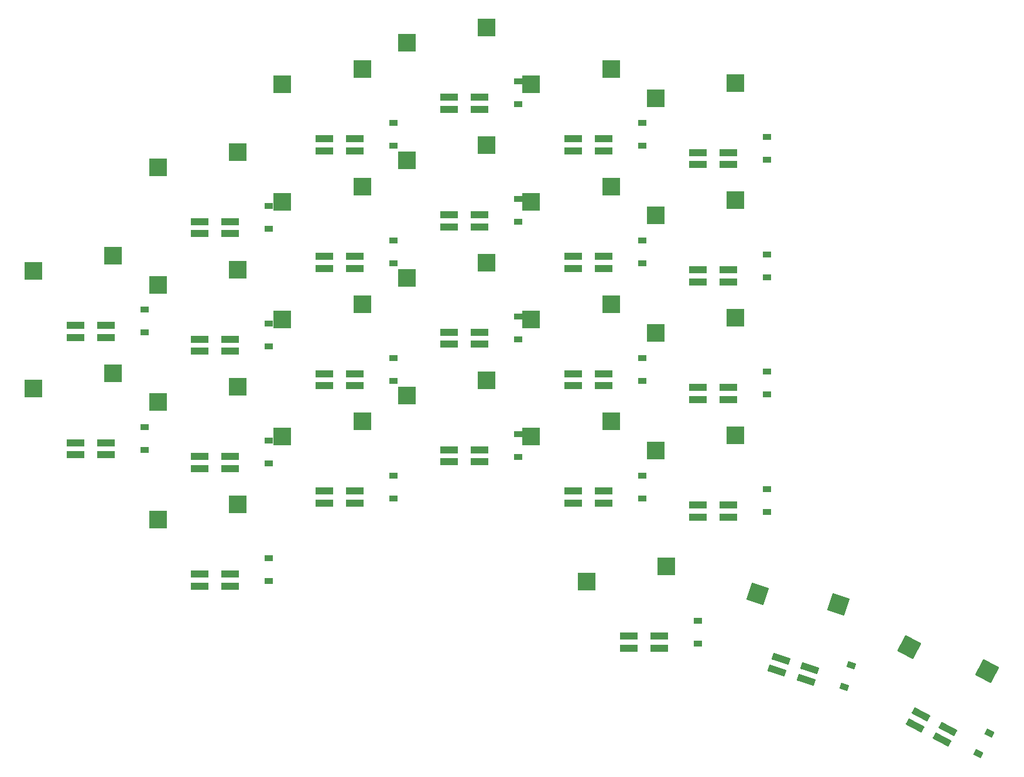
<source format=gbr>
%TF.GenerationSoftware,KiCad,Pcbnew,9.0.6*%
%TF.CreationDate,2025-11-05T17:55:23+01:00*%
%TF.ProjectId,main_pcb,6d61696e-5f70-4636-922e-6b696361645f,v1.0.0*%
%TF.SameCoordinates,Original*%
%TF.FileFunction,Paste,Top*%
%TF.FilePolarity,Positive*%
%FSLAX46Y46*%
G04 Gerber Fmt 4.6, Leading zero omitted, Abs format (unit mm)*
G04 Created by KiCad (PCBNEW 9.0.6) date 2025-11-05 17:55:23*
%MOMM*%
%LPD*%
G01*
G04 APERTURE LIST*
G04 Aperture macros list*
%AMRotRect*
0 Rectangle, with rotation*
0 The origin of the aperture is its center*
0 $1 length*
0 $2 width*
0 $3 Rotation angle, in degrees counterclockwise*
0 Add horizontal line*
21,1,$1,$2,0,0,$3*%
G04 Aperture macros list end*
%ADD10R,2.600000X2.600000*%
%ADD11RotRect,2.600000X2.600000X342.000000*%
%ADD12RotRect,2.600000X2.600000X332.000000*%
%ADD13R,1.200000X0.900000*%
%ADD14RotRect,0.900000X1.200000X72.000000*%
%ADD15RotRect,0.900000X1.200000X62.000000*%
%ADD16R,2.600000X1.000000*%
%ADD17RotRect,2.600000X1.000000X342.000000*%
%ADD18RotRect,2.600000X1.000000X332.000000*%
G04 APERTURE END LIST*
D10*
%TO.C,S1*%
X103275000Y-144050000D03*
X91725000Y-146250000D03*
%TD*%
%TO.C,S2*%
X103275000Y-127050000D03*
X91725000Y-129250000D03*
%TD*%
%TO.C,S3*%
X103275000Y-110050000D03*
X91725000Y-112250000D03*
%TD*%
%TO.C,S4*%
X103275000Y-93050000D03*
X91725000Y-95250000D03*
%TD*%
%TO.C,S5*%
X121275000Y-132050000D03*
X109725000Y-134250000D03*
%TD*%
%TO.C,S6*%
X121275000Y-115050000D03*
X109725000Y-117250000D03*
%TD*%
%TO.C,S7*%
X121275000Y-98050000D03*
X109725000Y-100250000D03*
%TD*%
%TO.C,S8*%
X121275000Y-81050000D03*
X109725000Y-83250000D03*
%TD*%
%TO.C,S9*%
X139275000Y-126050000D03*
X127725000Y-128250000D03*
%TD*%
%TO.C,S10*%
X139275000Y-109050000D03*
X127725000Y-111250000D03*
%TD*%
%TO.C,S11*%
X139275000Y-92050000D03*
X127725000Y-94250000D03*
%TD*%
%TO.C,S12*%
X139275000Y-75050000D03*
X127725000Y-77250000D03*
%TD*%
%TO.C,S13*%
X157275000Y-132050000D03*
X145725000Y-134250000D03*
%TD*%
%TO.C,S14*%
X157275000Y-115050000D03*
X145725000Y-117250000D03*
%TD*%
%TO.C,S15*%
X157275000Y-98050000D03*
X145725000Y-100250000D03*
%TD*%
%TO.C,S16*%
X157275000Y-81050000D03*
X145725000Y-83250000D03*
%TD*%
%TO.C,S17*%
X175275000Y-134050000D03*
X163725000Y-136250000D03*
%TD*%
%TO.C,S18*%
X175275000Y-117050000D03*
X163725000Y-119250000D03*
%TD*%
%TO.C,S19*%
X175275000Y-100050000D03*
X163725000Y-102250000D03*
%TD*%
%TO.C,S20*%
X175275000Y-83050000D03*
X163725000Y-85250000D03*
%TD*%
%TO.C,S21*%
X85275000Y-125050000D03*
X73725000Y-127250000D03*
%TD*%
%TO.C,S22*%
X85275000Y-108050000D03*
X73725000Y-110250000D03*
%TD*%
%TO.C,S23*%
X165275000Y-153050000D03*
X153725000Y-155250000D03*
%TD*%
D11*
%TO.C,S24*%
X190147192Y-158501939D03*
X178482652Y-157025117D03*
%TD*%
D12*
%TO.C,S25*%
X211614029Y-168139559D03*
X200383147Y-164659647D03*
%TD*%
D13*
%TO.C,D1*%
X107800000Y-155150000D03*
X107800000Y-151850000D03*
%TD*%
%TO.C,D2*%
X107800000Y-138150000D03*
X107800000Y-134850000D03*
%TD*%
%TO.C,D3*%
X107800000Y-121150000D03*
X107800000Y-117850000D03*
%TD*%
%TO.C,D4*%
X107800000Y-104150000D03*
X107800000Y-100850000D03*
%TD*%
%TO.C,D5*%
X125800000Y-143150000D03*
X125800000Y-139850000D03*
%TD*%
%TO.C,D6*%
X125800000Y-126150000D03*
X125800000Y-122850000D03*
%TD*%
%TO.C,D7*%
X125800000Y-109150000D03*
X125800000Y-105850000D03*
%TD*%
%TO.C,D8*%
X125800000Y-92150000D03*
X125800000Y-88850000D03*
%TD*%
%TO.C,D9*%
X143800000Y-137150000D03*
X143800000Y-133850000D03*
%TD*%
%TO.C,D10*%
X143800000Y-120150000D03*
X143800000Y-116850000D03*
%TD*%
%TO.C,D11*%
X143800000Y-103150000D03*
X143800000Y-99850000D03*
%TD*%
%TO.C,D12*%
X143800000Y-86150000D03*
X143800000Y-82850000D03*
%TD*%
%TO.C,D13*%
X161800000Y-143150000D03*
X161800000Y-139850000D03*
%TD*%
%TO.C,D14*%
X161800000Y-126150000D03*
X161800000Y-122850000D03*
%TD*%
%TO.C,D15*%
X161800000Y-109150000D03*
X161800000Y-105850000D03*
%TD*%
%TO.C,D16*%
X161800000Y-92150000D03*
X161800000Y-88850000D03*
%TD*%
%TO.C,D17*%
X179800000Y-145150000D03*
X179800000Y-141850000D03*
%TD*%
%TO.C,D18*%
X179800000Y-128150000D03*
X179800000Y-124850000D03*
%TD*%
%TO.C,D19*%
X179800000Y-111150000D03*
X179800000Y-107850000D03*
%TD*%
%TO.C,D20*%
X179800000Y-94150000D03*
X179800000Y-90850000D03*
%TD*%
%TO.C,D21*%
X89800000Y-136150000D03*
X89800000Y-132850000D03*
%TD*%
%TO.C,D22*%
X89800000Y-119150000D03*
X89800000Y-115850000D03*
%TD*%
%TO.C,D23*%
X169800000Y-164150000D03*
X169800000Y-160850000D03*
%TD*%
D14*
%TO.C,D24*%
X191020634Y-170456969D03*
X192040390Y-167318483D03*
%TD*%
D15*
%TO.C,D25*%
X210398233Y-180064637D03*
X211947489Y-177150909D03*
%TD*%
D16*
%TO.C,LED1*%
X97800000Y-154125000D03*
X97800000Y-155875000D03*
X102200000Y-155875000D03*
X102200000Y-154125000D03*
%TD*%
%TO.C,LED2*%
X97800000Y-137125000D03*
X97800000Y-138875000D03*
X102200000Y-138875000D03*
X102200000Y-137125000D03*
%TD*%
%TO.C,LED3*%
X97800000Y-120125000D03*
X97800000Y-121875000D03*
X102200000Y-121875000D03*
X102200000Y-120125000D03*
%TD*%
%TO.C,LED4*%
X97800000Y-103125000D03*
X97800000Y-104875000D03*
X102200000Y-104875000D03*
X102200000Y-103125000D03*
%TD*%
%TO.C,LED5*%
X115800000Y-142125000D03*
X115800000Y-143875000D03*
X120200000Y-143875000D03*
X120200000Y-142125000D03*
%TD*%
%TO.C,LED6*%
X115800000Y-125125000D03*
X115800000Y-126875000D03*
X120200000Y-126875000D03*
X120200000Y-125125000D03*
%TD*%
%TO.C,LED7*%
X115800000Y-108125000D03*
X115800000Y-109875000D03*
X120200000Y-109875000D03*
X120200000Y-108125000D03*
%TD*%
%TO.C,LED8*%
X115800000Y-91125000D03*
X115800000Y-92875000D03*
X120200000Y-92875000D03*
X120200000Y-91125000D03*
%TD*%
%TO.C,LED9*%
X133800000Y-136125000D03*
X133800000Y-137875000D03*
X138200000Y-137875000D03*
X138200000Y-136125000D03*
%TD*%
%TO.C,LED10*%
X133800000Y-119125000D03*
X133800000Y-120875000D03*
X138200000Y-120875000D03*
X138200000Y-119125000D03*
%TD*%
%TO.C,LED11*%
X133800000Y-102125000D03*
X133800000Y-103875000D03*
X138200000Y-103875000D03*
X138200000Y-102125000D03*
%TD*%
%TO.C,LED12*%
X133800000Y-85125000D03*
X133800000Y-86875000D03*
X138200000Y-86875000D03*
X138200000Y-85125000D03*
%TD*%
%TO.C,LED13*%
X151800000Y-142125000D03*
X151800000Y-143875000D03*
X156200000Y-143875000D03*
X156200000Y-142125000D03*
%TD*%
%TO.C,LED14*%
X151800000Y-125125000D03*
X151800000Y-126875000D03*
X156200000Y-126875000D03*
X156200000Y-125125000D03*
%TD*%
%TO.C,LED15*%
X151800000Y-108125000D03*
X151800000Y-109875000D03*
X156200000Y-109875000D03*
X156200000Y-108125000D03*
%TD*%
%TO.C,LED16*%
X151800000Y-91125000D03*
X151800000Y-92875000D03*
X156200000Y-92875000D03*
X156200000Y-91125000D03*
%TD*%
%TO.C,LED17*%
X169800000Y-144125000D03*
X169800000Y-145875000D03*
X174200000Y-145875000D03*
X174200000Y-144125000D03*
%TD*%
%TO.C,LED18*%
X169800000Y-127125000D03*
X169800000Y-128875000D03*
X174200000Y-128875000D03*
X174200000Y-127125000D03*
%TD*%
%TO.C,LED19*%
X169800000Y-110125000D03*
X169800000Y-111875000D03*
X174200000Y-111875000D03*
X174200000Y-110125000D03*
%TD*%
%TO.C,LED20*%
X169800000Y-93125000D03*
X169800000Y-94875000D03*
X174200000Y-94875000D03*
X174200000Y-93125000D03*
%TD*%
%TO.C,LED21*%
X79800000Y-135125000D03*
X79800000Y-136875000D03*
X84200000Y-136875000D03*
X84200000Y-135125000D03*
%TD*%
%TO.C,LED22*%
X79800000Y-118125000D03*
X79800000Y-119875000D03*
X84200000Y-119875000D03*
X84200000Y-118125000D03*
%TD*%
%TO.C,LED23*%
X159800000Y-163125000D03*
X159800000Y-164875000D03*
X164200000Y-164875000D03*
X164200000Y-163125000D03*
%TD*%
D17*
%TO.C,LED24*%
X181826812Y-166391966D03*
X181286032Y-168056315D03*
X185470680Y-169415990D03*
X186011460Y-167751641D03*
%TD*%
D18*
%TO.C,LED25*%
X202049965Y-174464899D03*
X201228390Y-176010058D03*
X205113359Y-178075733D03*
X205934934Y-176530574D03*
%TD*%
M02*

</source>
